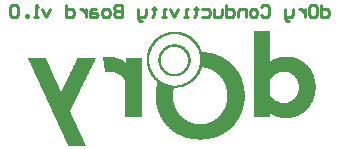
<source format=gbo>
%FSLAX25Y25*%
%MOIN*%
G70*
G01*
G75*
G04 Layer_Color=32896*
%ADD10R,0.05118X0.07874*%
%ADD11R,0.07874X0.07874*%
%ADD12R,0.07874X0.05118*%
%ADD13R,0.07874X0.07874*%
%ADD14R,0.02756X0.03543*%
%ADD15R,0.03583X0.04803*%
%ADD16R,0.03150X0.03543*%
%ADD17R,0.03543X0.02756*%
%ADD18O,0.05118X0.01772*%
%ADD19O,0.01772X0.05118*%
%ADD20R,0.05709X0.08071*%
%ADD21R,0.08071X0.05709*%
%ADD22R,0.03347X0.02756*%
%ADD23R,0.02756X0.05118*%
%ADD24R,0.03543X0.03150*%
%ADD25R,0.04331X0.10236*%
%ADD26R,0.10630X0.03937*%
%ADD27R,0.10630X0.12992*%
%ADD28C,0.01600*%
%ADD29C,0.01000*%
%ADD30R,0.05906X0.05906*%
%ADD31C,0.05906*%
%ADD32C,0.02500*%
%ADD33C,0.10236*%
%ADD34C,0.00984*%
%ADD35C,0.01575*%
%ADD36C,0.00787*%
%ADD37C,0.00800*%
%ADD38C,0.00606*%
%ADD39R,0.05918X0.08674*%
%ADD40R,0.08674X0.08674*%
%ADD41R,0.08674X0.05918*%
%ADD42R,0.08674X0.08674*%
%ADD43R,0.03556X0.04343*%
%ADD44R,0.04383X0.05603*%
%ADD45R,0.03950X0.04343*%
%ADD46R,0.04343X0.03556*%
%ADD47O,0.05918X0.02572*%
%ADD48O,0.02572X0.05918*%
%ADD49R,0.06509X0.08871*%
%ADD50R,0.08871X0.06509*%
%ADD51R,0.04147X0.03556*%
%ADD52R,0.03556X0.05918*%
%ADD53R,0.04343X0.03950*%
%ADD54R,0.05131X0.11036*%
%ADD55R,0.11430X0.04737*%
%ADD56R,0.11430X0.13792*%
%ADD57R,0.06706X0.06706*%
%ADD58C,0.06706*%
%ADD59C,0.03300*%
%ADD60C,0.11036*%
%ADD61C,0.00100*%
D29*
X49515Y23801D02*
Y19803D01*
X51515D01*
X52181Y20469D01*
Y21802D01*
X51515Y22468D01*
X49515D01*
X46183Y23801D02*
X47516D01*
X48182Y23135D01*
Y20469D01*
X47516Y19803D01*
X46183D01*
X45517Y20469D01*
Y23135D01*
X46183Y23801D01*
X44184Y22468D02*
Y19803D01*
Y21136D01*
X43517Y21802D01*
X42851Y22468D01*
X42184D01*
X40185D02*
Y20469D01*
X39518Y19803D01*
X37519D01*
Y19136D01*
X38186Y18470D01*
X38852D01*
X37519Y19803D02*
Y22468D01*
X29522Y23135D02*
X30188Y23801D01*
X31521D01*
X32188Y23135D01*
Y20469D01*
X31521Y19803D01*
X30188D01*
X29522Y20469D01*
X27522Y19803D02*
X26190D01*
X25523Y20469D01*
Y21802D01*
X26190Y22468D01*
X27522D01*
X28189Y21802D01*
Y20469D01*
X27522Y19803D01*
X24190D02*
Y22468D01*
X22191D01*
X21524Y21802D01*
Y19803D01*
X17526Y23801D02*
Y19803D01*
X19525D01*
X20191Y20469D01*
Y21802D01*
X19525Y22468D01*
X17526D01*
X16193D02*
Y20469D01*
X15526Y19803D01*
X13527D01*
Y22468D01*
X9528D02*
X11528D01*
X12194Y21802D01*
Y20469D01*
X11528Y19803D01*
X9528D01*
X7529Y23135D02*
Y22468D01*
X8195D01*
X6862D01*
X7529D01*
Y20469D01*
X6862Y19803D01*
X4863D02*
X3530D01*
X4197D01*
Y22468D01*
X4863D01*
X1531D02*
X198Y19803D01*
X-1135Y22468D01*
X-2468Y19803D02*
X-3801D01*
X-3134D01*
Y22468D01*
X-2468D01*
X-6467Y23135D02*
Y22468D01*
X-5800D01*
X-7133D01*
X-6467D01*
Y20469D01*
X-7133Y19803D01*
X-9132Y22468D02*
Y20469D01*
X-9799Y19803D01*
X-11798D01*
Y19136D01*
X-11132Y18470D01*
X-10465D01*
X-11798Y19803D02*
Y22468D01*
X-17130Y23801D02*
Y19803D01*
X-19129D01*
X-19796Y20469D01*
Y21136D01*
X-19129Y21802D01*
X-17130D01*
X-19129D01*
X-19796Y22468D01*
Y23135D01*
X-19129Y23801D01*
X-17130D01*
X-21795Y19803D02*
X-23128D01*
X-23794Y20469D01*
Y21802D01*
X-23128Y22468D01*
X-21795D01*
X-21129Y21802D01*
Y20469D01*
X-21795Y19803D01*
X-25794Y22468D02*
X-27127D01*
X-27793Y21802D01*
Y19803D01*
X-25794D01*
X-25127Y20469D01*
X-25794Y21136D01*
X-27793D01*
X-29126Y22468D02*
Y19803D01*
Y21136D01*
X-29792Y21802D01*
X-30459Y22468D01*
X-31125D01*
X-35791Y23801D02*
Y19803D01*
X-33791D01*
X-33125Y20469D01*
Y21802D01*
X-33791Y22468D01*
X-35791D01*
X-41122D02*
X-42455Y19803D01*
X-43788Y22468D01*
X-45121Y19803D02*
X-46454D01*
X-45787D01*
Y23801D01*
X-45121Y23135D01*
X-48453Y19803D02*
Y20469D01*
X-49120D01*
Y19803D01*
X-48453D01*
X-51785Y23135D02*
X-52452Y23801D01*
X-53785D01*
X-54451Y23135D01*
Y20469D01*
X-53785Y19803D01*
X-52452D01*
X-51785Y20469D01*
Y23135D01*
D61*
X-44564Y-1922D02*
X-39164D01*
X-44564Y-2022D02*
X-39164D01*
X-44464Y-2122D02*
X-39064D01*
X-44464Y-2222D02*
X-39064D01*
X-44464Y-2322D02*
X-38964D01*
X-44364Y-2422D02*
X-38964D01*
X-44364Y-2522D02*
X-38964D01*
X-45464Y-22D02*
X-40064D01*
X-45464Y-122D02*
X-39964D01*
X-45364Y-222D02*
X-39964D01*
X-45364Y-322D02*
X-39864D01*
X-45264Y-422D02*
X-39864D01*
X-45264Y-522D02*
X-39864D01*
X-45164Y-622D02*
X-39764D01*
X-45164Y-722D02*
X-39764D01*
X-45064Y-822D02*
X-39664D01*
X-45064Y-922D02*
X-39664D01*
X-45064Y-1022D02*
X-39564D01*
X-44964Y-1122D02*
X-39564D01*
X-44964Y-1222D02*
X-39464D01*
X-44864Y-1322D02*
X-39464D01*
X-44864Y-1422D02*
X-39464D01*
X-44764Y-1522D02*
X-39364D01*
X-44764Y-1622D02*
X-39364D01*
X-44664Y-1722D02*
X-39264D01*
X-44664Y-1822D02*
X-39264D01*
X-46264Y1678D02*
X-40764D01*
X-46264Y1578D02*
X-40764D01*
X-46164Y1478D02*
X-40764D01*
X-46164Y1378D02*
X-40664D01*
X-46064Y1278D02*
X-40664D01*
X-46064Y1178D02*
X-40564D01*
X-45964Y1078D02*
X-40564D01*
X-45964Y978D02*
X-40464D01*
X-45864Y878D02*
X-40464D01*
X-45864Y778D02*
X-40364D01*
X-45764Y678D02*
X-40364D01*
X-45764Y578D02*
X-40364D01*
X-45664Y478D02*
X-40264D01*
X-45664Y378D02*
X-40264D01*
X-45664Y278D02*
X-40164D01*
X-46764Y2778D02*
X-41264D01*
X-46764Y2678D02*
X-41264D01*
X-46664Y2578D02*
X-41264D01*
X-46664Y2478D02*
X-41164D01*
X-46564Y2378D02*
X-41164D01*
X-46564Y2278D02*
X-41064D01*
X-46464Y2178D02*
X-41064D01*
X-46464Y2078D02*
X-40964D01*
X-46364Y1978D02*
X-40964D01*
X-46364Y1878D02*
X-40864D01*
X-46264Y1778D02*
X-40864D01*
X-45564Y178D02*
X-40164D01*
X-45564Y78D02*
X-40064D01*
X-36764Y-4322D02*
X-31164D01*
X-36864Y-4422D02*
X-31264D01*
X-36864Y-4522D02*
X-31264D01*
X-36964Y-4622D02*
X-31364D01*
X-36964Y-4722D02*
X-31364D01*
X-37064Y-4822D02*
X-31464D01*
X-37064Y-4922D02*
X-31464D01*
X-36564Y-3822D02*
X-30964D01*
X-36564Y-3922D02*
X-30964D01*
X-36664Y-4022D02*
X-31064D01*
X-36664Y-4122D02*
X-31064D01*
X-36764Y-4222D02*
X-31164D01*
X-37164Y-5122D02*
X-31564D01*
X-37264Y-5222D02*
X-31664D01*
X-37264Y-5322D02*
X-31664D01*
X-37364Y-5422D02*
X-31664D01*
X-37364Y-5522D02*
X-31764D01*
X-37464Y-5622D02*
X-31764D01*
X-38764Y-14522D02*
X-33364D01*
X-38764Y-14622D02*
X-33364D01*
X-38664Y-14722D02*
X-33264D01*
X-38664Y-14822D02*
X-33264D01*
X-38664Y-14922D02*
X-33164D01*
X-38564Y-15022D02*
X-33164D01*
X-38564Y-15122D02*
X-33064D01*
X-38464Y-15222D02*
X-33064D01*
X-38464Y-15322D02*
X-32964D01*
X-38364Y-15422D02*
X-32964D01*
X-38364Y-15522D02*
X-32864D01*
X-38264Y-15622D02*
X-32864D01*
X-38264Y-15722D02*
X-32864D01*
X-38164Y-15822D02*
X-32764D01*
X-38164Y-15922D02*
X-32764D01*
X-38164Y-16022D02*
X-32664D01*
X-38064Y-16122D02*
X-32664D01*
X-38064Y-16222D02*
X-32564D01*
X-37964Y-16322D02*
X-32564D01*
X-37964Y-16422D02*
X-32464D01*
X-37864Y-16522D02*
X-32464D01*
X-37864Y-16622D02*
X-32364D01*
X-37764Y-16722D02*
X-32364D01*
X-37764Y-16822D02*
X-32264D01*
X-37664Y-16922D02*
X-32264D01*
X-37664Y-17022D02*
X-32164D01*
X-37564Y-17122D02*
X-32164D01*
X-37564Y-17222D02*
X-32164D01*
X-37564Y-17322D02*
X-32064D01*
X-37464Y-17422D02*
X-32064D01*
X-37464Y-17522D02*
X-31964D01*
X-37364Y-17622D02*
X-31964D01*
X-37364Y-17722D02*
X-31864D01*
X-37264Y-17822D02*
X-31864D01*
X-37264Y-17922D02*
X-31764D01*
X-37164Y-18022D02*
X-31764D01*
X-37164Y-18122D02*
X-31664D01*
X-37064Y-18222D02*
X-31664D01*
X-37064Y-18322D02*
X-31564D01*
X-36964Y-18422D02*
X-31564D01*
X-36964Y-18522D02*
X-31564D01*
X-36964Y-18622D02*
X-31464D01*
X-36864Y-18722D02*
X-31464D01*
X-36864Y-18822D02*
X-31364D01*
X-36764Y-18922D02*
X-31364D01*
X-36764Y-19022D02*
X-31264D01*
X-36664Y-19122D02*
X-31264D01*
X-36664Y-19222D02*
X-31164D01*
X-36564Y-19322D02*
X-31164D01*
X-36564Y-19422D02*
X-31064D01*
X-36464Y-19522D02*
X-31064D01*
X-36464Y-19622D02*
X-30964D01*
X-36364Y-19722D02*
X-30964D01*
X-36364Y-19822D02*
X-30964D01*
X-21764Y6378D02*
X-21164D01*
X-22664Y1478D02*
X-22064D01*
X-8564Y7278D02*
X-8064D01*
X-8564Y7178D02*
X-8064D01*
X-8664Y7078D02*
X-8164D01*
X-8664Y6978D02*
X-8164D01*
X-8664Y6878D02*
X-8164D01*
X-8664Y6778D02*
X-8164D01*
X-8664Y6678D02*
X-8164D01*
X-8664Y6578D02*
X-8164D01*
X-8764Y6478D02*
X-8264D01*
X-8764Y6378D02*
X-8264D01*
X-8764Y6278D02*
X-8264D01*
X-8764Y5878D02*
X-8264D01*
X-8764Y5778D02*
X-8264D01*
X-8764Y5678D02*
X-8264D01*
X-8764Y5578D02*
X-8264D01*
X-8764Y5478D02*
X-8264D01*
X-8764Y5378D02*
X-8264D01*
X-8764Y5278D02*
X-8264D01*
X-8764Y5178D02*
X-8264D01*
X-8764Y5078D02*
X-8264D01*
X-8764Y6078D02*
X-8264D01*
X-8764Y6178D02*
X-8264D01*
X-8764Y5978D02*
X-8264D01*
X-7564Y10078D02*
X-6964D01*
X-7564Y9978D02*
X-7064D01*
X-7664Y9878D02*
X-7064D01*
X-7764Y9778D02*
X-7164D01*
X-7764Y9678D02*
X-7164D01*
X-7864Y9578D02*
X-7264D01*
X-7864Y9478D02*
X-7264D01*
X-7864Y9378D02*
X-7364D01*
X-7964Y9278D02*
X-7364D01*
X-7964Y9178D02*
X-7464D01*
X-8064Y9078D02*
X-7464D01*
X-8064Y8978D02*
X-7564D01*
X-8164Y8878D02*
X-7564D01*
X-8164Y8778D02*
X-7664D01*
X-8164Y8678D02*
X-7664D01*
X-8264Y8578D02*
X-7664D01*
X-8264Y8478D02*
X-7764D01*
X-8364Y8378D02*
X-7764D01*
X-8364Y8278D02*
X-7864D01*
X-8364Y8178D02*
X-7864D01*
X-8364Y8078D02*
X-7864D01*
X-8464Y7978D02*
X-7964D01*
X-8464Y7878D02*
X-7964D01*
X-8464Y7778D02*
X-7964D01*
X-8464Y7678D02*
X-7964D01*
X-8564Y7578D02*
X-8064D01*
X-8564Y7478D02*
X-8064D01*
X-8564Y7378D02*
X-8064D01*
X-8464Y3278D02*
X-7964D01*
X-8464Y3178D02*
X-7964D01*
X-8464Y3078D02*
X-7964D01*
X-8764Y4978D02*
X-8264D01*
X-8764Y4878D02*
X-8264D01*
X-8764Y4778D02*
X-8264D01*
X-8764Y4678D02*
X-8264D01*
X-8764Y4578D02*
X-8264D01*
X-8664Y4478D02*
X-8164D01*
X-8664Y4378D02*
X-8164D01*
X-8664Y4278D02*
X-8164D01*
X-8664Y4178D02*
X-8164D01*
X-8664Y4078D02*
X-8164D01*
X-8664Y3978D02*
X-8164D01*
X-8564Y3878D02*
X-8064D01*
X-8564Y3778D02*
X-8064D01*
X-8564Y3678D02*
X-8064D01*
X-8564Y3578D02*
X-8064D01*
X-8564Y3478D02*
X-8064D01*
X-8464Y3378D02*
X-7964D01*
X-7864Y1678D02*
X-7364D01*
X-7864Y1578D02*
X-7264D01*
X-7864Y1478D02*
X-7264D01*
X-7764Y1378D02*
X-7164D01*
X-7764Y1278D02*
X-7164D01*
X-7664Y1178D02*
X-7064D01*
X-7664Y1078D02*
X-7064D01*
X-7564Y978D02*
X-6964D01*
X-8364Y2878D02*
X-7864D01*
X-8364Y2778D02*
X-7864D01*
X-8264Y2678D02*
X-7764D01*
X-8264Y2578D02*
X-7764D01*
X-8264Y2478D02*
X-7664D01*
X-8164Y2378D02*
X-7664D01*
X-8164Y2278D02*
X-7664D01*
X-8164Y2178D02*
X-7564D01*
X-8064Y2078D02*
X-7564D01*
X-8064Y1978D02*
X-7464D01*
X-7964Y1878D02*
X-7464D01*
X-7964Y1778D02*
X-7364D01*
X-4664Y13178D02*
X-3664D01*
X-2664Y14178D02*
X-464D01*
X-2964Y14078D02*
X-1164D01*
X-3164Y13978D02*
X-1564D01*
X-3364Y13878D02*
X-1964D01*
X-3564Y13778D02*
X-2364D01*
X-3864Y13678D02*
X-2564D01*
X-4064Y13578D02*
X-2864D01*
X-4164Y13478D02*
X-3064D01*
X-4364Y13378D02*
X-3264D01*
X-4464Y13278D02*
X-3464D01*
X-4764Y13078D02*
X-3864D01*
X-4964Y12978D02*
X-4064D01*
X-5064Y12878D02*
X-4164D01*
X-5264Y12778D02*
X-4364D01*
X-5364Y12678D02*
X-4464D01*
X-5464Y12578D02*
X-4664D01*
X-5564Y12478D02*
X-4764D01*
X-5664Y12378D02*
X-4864D01*
X-5764Y12278D02*
X-5064D01*
X-5864Y12178D02*
X-5164D01*
X-6064Y12078D02*
X-5264D01*
X-6164Y11978D02*
X-5364D01*
X-6164Y11878D02*
X-5464D01*
X-6264Y11778D02*
X-5564D01*
X-6364Y11678D02*
X-5764D01*
X-6464Y11578D02*
X-5764D01*
X-6564Y11478D02*
X-5864D01*
X-6664Y11378D02*
X-5964D01*
X-6764Y11278D02*
X-6064D01*
X-6764Y11178D02*
X-6164D01*
X-4464Y7278D02*
X-3964D01*
X-4564Y7178D02*
X-3964D01*
X-4564Y7078D02*
X-4064D01*
X-4564Y6978D02*
X-4064D01*
X-4664Y6878D02*
X-4064D01*
X-4664Y6778D02*
X-4164D01*
X-4664Y6678D02*
X-4164D01*
X-4664Y6578D02*
X-4164D01*
X-4764Y6478D02*
X-4264D01*
X-4764Y6378D02*
X-4264D01*
X-4764Y6278D02*
X-4264D01*
X-4864Y5778D02*
X-4364D01*
X-4864Y5678D02*
X-4364D01*
X-4864Y5578D02*
X-4364D01*
X-4864Y5478D02*
X-4364D01*
X-4864Y5378D02*
X-4364D01*
X-4864Y5278D02*
X-4364D01*
X-4864Y5178D02*
X-4364D01*
X-4864Y5078D02*
X-4364D01*
X-4764Y6078D02*
X-4264D01*
X-4864Y5878D02*
X-4364D01*
X-4864Y5978D02*
X-4364D01*
X-1964Y9978D02*
X-264D01*
X-2164Y9878D02*
X-864D01*
X-2364Y9778D02*
X-1164D01*
X-2464Y9678D02*
X-1464D01*
X-2664Y9578D02*
X-1664D01*
X-2764Y9478D02*
X-1864D01*
X-4764Y6178D02*
X-4264D01*
X-2864Y9378D02*
X-2064D01*
X-2964Y9278D02*
X-2164D01*
X-3164Y9178D02*
X-2364D01*
X-3264Y9078D02*
X-2464D01*
X-3364Y8978D02*
X-2564D01*
X-3464Y8878D02*
X-2664D01*
X-3564Y8778D02*
X-2864D01*
X-3564Y8678D02*
X-2964D01*
X-3664Y8578D02*
X-3064D01*
X-3764Y8478D02*
X-3164D01*
X-3864Y8378D02*
X-3264D01*
X-3964Y8278D02*
X-3264D01*
X-4064Y8178D02*
X-3364D01*
X-4064Y8078D02*
X-3464D01*
X-4164Y7978D02*
X-3564D01*
X-4164Y7878D02*
X-3564D01*
X-4264Y7778D02*
X-3664D01*
X-4264Y7678D02*
X-3764D01*
X-4364Y7578D02*
X-3764D01*
X-4364Y7478D02*
X-3864D01*
X-4464Y7378D02*
X-3864D01*
X-4464Y3278D02*
X-3864D01*
X-4364Y3178D02*
X-3864D01*
X-4364Y3078D02*
X-3764D01*
X-4864Y4978D02*
X-4364D01*
X-4864Y4878D02*
X-4364D01*
X-4864Y4778D02*
X-4364D01*
X-4864Y4678D02*
X-4364D01*
X-4764Y4578D02*
X-4264D01*
X-4764Y4478D02*
X-4264D01*
X-4764Y4378D02*
X-4264D01*
X-4764Y4278D02*
X-4264D01*
X-4764Y4178D02*
X-4264D01*
X-4664Y4078D02*
X-4164D01*
X-4664Y3978D02*
X-4164D01*
X-4664Y3878D02*
X-4164D01*
X-4664Y3778D02*
X-4064D01*
X-4564Y3678D02*
X-4064D01*
X-4564Y3578D02*
X-4064D01*
X-4564Y3478D02*
X-3964D01*
X-4464Y3378D02*
X-3964D01*
X-5664Y-4422D02*
X-164D01*
X-5664Y-4522D02*
X-164D01*
X-5664Y-4622D02*
X-164D01*
X-5664Y-4722D02*
X-164D01*
X-5664Y-4822D02*
X-264D01*
X-5664Y-4922D02*
X-264D01*
X-5064Y-2022D02*
X-3864D01*
X-5164Y-2122D02*
X-3764D01*
X-5164Y-2222D02*
X-3464D01*
X-5164Y-2322D02*
X-3264D01*
X-5264Y-2422D02*
X-3064D01*
X-5264Y-2522D02*
X-2864D01*
X-5264Y-2622D02*
X-2564D01*
X-5264Y-2722D02*
X-2364D01*
X-5364Y-2822D02*
X-2064D01*
X-5364Y-2922D02*
X-1664D01*
X-5364Y-3022D02*
X-1164D01*
X-5364Y-3122D02*
X-564D01*
X-5564Y-3722D02*
X36D01*
X-5564Y-3822D02*
X36D01*
X-5564Y-3922D02*
X-64D01*
X-6764Y-222D02*
X-6064D01*
X-6664Y-322D02*
X-5964D01*
X-6564Y-422D02*
X-5864D01*
X-6464Y-522D02*
X-5864D01*
X-6364Y-622D02*
X-5764D01*
X-6264Y-722D02*
X-5664D01*
X-6264Y-822D02*
X-5464D01*
X-6164Y-922D02*
X-5364D01*
X-6064Y-1022D02*
X-5264D01*
X-5964Y-1122D02*
X-5164D01*
X-5764Y-1222D02*
X-5064D01*
X-5664Y-1322D02*
X-4964D01*
X-5564Y-1422D02*
X-4764D01*
X-5464Y-1522D02*
X-4664D01*
X-5364Y-1622D02*
X-4564D01*
X-5264Y-1722D02*
X-4364D01*
X-5064Y-1822D02*
X-4164D01*
X-5064Y-1922D02*
X-4064D01*
X-5564Y-4022D02*
X-64D01*
X-5564Y-4122D02*
X-64D01*
X-5564Y-4222D02*
X-64D01*
X-5664Y-4322D02*
X-164D01*
X-3264Y1578D02*
X-2464D01*
X-3164Y1478D02*
X-2364D01*
X-3064Y1378D02*
X-2264D01*
X-2864Y1278D02*
X-2064D01*
X-2764Y1178D02*
X-1864D01*
X-2664Y1078D02*
X-1664D01*
X-2564Y978D02*
X-1464D01*
X-2364Y878D02*
X-1164D01*
X-2164Y778D02*
X-864D01*
X-1964Y678D02*
X-364D01*
Y178D02*
X1036D01*
X-4264Y2878D02*
X-3664D01*
X-4164Y2778D02*
X-3664D01*
X-4164Y2678D02*
X-3564D01*
X-4064Y2578D02*
X-3464D01*
X-4064Y2478D02*
X-3364D01*
X-3964Y2378D02*
X-3264D01*
X-3864Y2278D02*
X-3264D01*
X-3764Y2178D02*
X-3164D01*
X-3664Y2078D02*
X-3064D01*
X-3664Y1978D02*
X-2964D01*
X-3564Y1878D02*
X-2864D01*
X-3464Y1778D02*
X-2764D01*
X-3364Y1678D02*
X-2564D01*
X-5464Y-9722D02*
X136D01*
X-5364Y-9822D02*
X236D01*
X-5364Y-9922D02*
X236D01*
X-5364Y-10022D02*
X236D01*
X-5364Y-10122D02*
X336D01*
X-5264Y-10222D02*
X336D01*
X-5264Y-10322D02*
X436D01*
X-5264Y-10422D02*
X436D01*
X-5264Y-10522D02*
X436D01*
X-5164Y-10622D02*
X536D01*
X-5164Y-10722D02*
X536D01*
X-5164Y-10822D02*
X636D01*
X-5064Y-10922D02*
X636D01*
X-5064Y-11022D02*
X736D01*
X-5064Y-11122D02*
X736D01*
X-4964Y-11222D02*
X836D01*
X-4964Y-11322D02*
X836D01*
X-4964Y-11422D02*
X936D01*
X-4864Y-11522D02*
X936D01*
X-4864Y-11622D02*
X1036D01*
X-5764Y-7022D02*
X-364D01*
X-5764Y-7122D02*
X-364D01*
X-5764Y-7222D02*
X-364D01*
X-5764Y-7322D02*
X-264D01*
X-5764Y-7422D02*
X-264D01*
X-5764Y-7522D02*
X-264D01*
X-5764Y-7622D02*
X-264D01*
X-5664Y-7722D02*
X-264D01*
X-5664Y-7822D02*
X-264D01*
X-5664Y-7922D02*
X-264D01*
X-5664Y-8022D02*
X-264D01*
X-5664Y-8122D02*
X-264D01*
X-5664Y-8222D02*
X-164D01*
X-5664Y-8322D02*
X-164D01*
X-5664Y-8422D02*
X-164D01*
X-5664Y-8522D02*
X-164D01*
X-5564Y-8622D02*
X-164D01*
X-5564Y-8722D02*
X-64D01*
X-5564Y-8822D02*
X-64D01*
X-5564Y-8922D02*
X-64D01*
X-5564Y-9022D02*
X-64D01*
X-5564Y-9122D02*
X36D01*
X-5564Y-9222D02*
X36D01*
X-5464Y-9322D02*
X36D01*
X-5464Y-9422D02*
X36D01*
X-5464Y-9522D02*
X136D01*
X-5464Y-9622D02*
X136D01*
X-5664Y-5122D02*
X-264D01*
X-5664Y-5222D02*
X-264D01*
X-5764Y-5322D02*
X-264D01*
X-5764Y-5422D02*
X-264D01*
X-5764Y-5522D02*
X-264D01*
X-5764Y-5622D02*
X-264D01*
X-5764Y-5722D02*
X-364D01*
X-5764Y-5822D02*
X-364D01*
X-5764Y-5922D02*
X-364D01*
X-5764Y-6022D02*
X-364D01*
X-5764Y-6122D02*
X-364D01*
X-5764Y-6222D02*
X-364D01*
X-5764Y-6322D02*
X-364D01*
X-5764Y-6422D02*
X-364D01*
X-5764Y-6522D02*
X-364D01*
X-5764Y-6622D02*
X-364D01*
X-5764Y-6722D02*
X-364D01*
X-5764Y-6822D02*
X-364D01*
X-5764Y-6922D02*
X-364D01*
X4536Y13178D02*
X5536D01*
X1336Y14178D02*
X3536D01*
X2036Y14078D02*
X3836D01*
X2436Y13978D02*
X4036D01*
X6836Y11378D02*
X7536D01*
X2836Y13878D02*
X4236D01*
X3136Y13778D02*
X4436D01*
X3436Y13678D02*
X4636D01*
X3736Y13578D02*
X4836D01*
X3936Y13478D02*
X5036D01*
X4136Y13378D02*
X5236D01*
X4336Y13278D02*
X5336D01*
X4736Y13078D02*
X5636D01*
X4936Y12978D02*
X5836D01*
X5036Y12878D02*
X5936D01*
X5236Y12778D02*
X6036D01*
X5336Y12678D02*
X6236D01*
X5536Y12578D02*
X6336D01*
X5636Y12478D02*
X6436D01*
X5736Y12378D02*
X6536D01*
X5936Y12278D02*
X6636D01*
X6036Y12178D02*
X6736D01*
X6136Y12078D02*
X6836D01*
X6236Y11978D02*
X6936D01*
X6336Y11878D02*
X7036D01*
X6436Y11778D02*
X7136D01*
X6536Y11678D02*
X7236D01*
X6636Y11578D02*
X7336D01*
X6736Y11478D02*
X7436D01*
X6936Y11278D02*
X7636D01*
X7036Y11178D02*
X7636D01*
X7136Y11078D02*
X7736D01*
X4636Y7278D02*
X5136D01*
X4636Y7178D02*
X5236D01*
X4736Y7078D02*
X5236D01*
X4736Y6978D02*
X5336D01*
X4836Y6778D02*
X5336D01*
X4836Y6678D02*
X5436D01*
X4836Y6578D02*
X5436D01*
X4836Y6478D02*
X5436D01*
X4936Y6378D02*
X5436D01*
X4936Y6278D02*
X5436D01*
X4936Y6178D02*
X5436D01*
X4936Y6078D02*
X5536D01*
X4936Y5978D02*
X5536D01*
X5036Y5778D02*
X5536D01*
X5036Y5678D02*
X5536D01*
X5036Y5578D02*
X5536D01*
X5036Y5478D02*
X5536D01*
X5036Y5378D02*
X5536D01*
X5036Y5278D02*
X5536D01*
X5036Y5178D02*
X5536D01*
X5036Y5078D02*
X5536D01*
X5036Y5878D02*
X5536D01*
X7236Y10878D02*
X7936D01*
X7336Y10778D02*
X7936D01*
X7436Y10678D02*
X8036D01*
X7536Y10578D02*
X8136D01*
X7536Y10478D02*
X8136D01*
X7636Y10378D02*
X8236D01*
X7736Y10278D02*
X8336D01*
X7736Y10178D02*
X8336D01*
X7836Y10078D02*
X8436D01*
X7936Y9978D02*
X8436D01*
X7936Y9878D02*
X8536D01*
X1436D02*
X2936D01*
X8036Y9778D02*
X8636D01*
X1836D02*
X3036D01*
X4736Y6878D02*
X5336D01*
X8036Y9678D02*
X8636D01*
X2136D02*
X3236D01*
X8136Y9578D02*
X8636D01*
X2336D02*
X3336D01*
X8136Y9478D02*
X8736D01*
X2536D02*
X3536D01*
X8236Y9378D02*
X8736D01*
X2736D02*
X3636D01*
X8236Y9278D02*
X8836D01*
X2836D02*
X3736D01*
X8336Y9178D02*
X8836D01*
X3036D02*
X3836D01*
X8336Y9078D02*
X8936D01*
X3136D02*
X3936D01*
X8436Y8978D02*
X8936D01*
X3236D02*
X4036D01*
X8436Y8878D02*
X9036D01*
X3336D02*
X4136D01*
X8536Y8778D02*
X9036D01*
X3536D02*
X4236D01*
X8536Y8678D02*
X9036D01*
X3636D02*
X4336D01*
X3736Y8578D02*
X4436D01*
X3836Y8478D02*
X4536D01*
X3836Y8378D02*
X4536D01*
X3936Y8278D02*
X4636D01*
X4036Y8178D02*
X4736D01*
X4136Y8078D02*
X4736D01*
X4236Y7978D02*
X4836D01*
X4236Y7878D02*
X4936D01*
X4336Y7778D02*
X4936D01*
X4436Y7678D02*
X5036D01*
X4436Y7578D02*
X5036D01*
X4536Y7478D02*
X5136D01*
X4536Y7378D02*
X5136D01*
X4536Y3278D02*
X5136D01*
X4536Y3178D02*
X5036D01*
X4436Y3078D02*
X5036D01*
Y4978D02*
X5536D01*
X5036Y4878D02*
X5536D01*
X5036Y4778D02*
X5536D01*
X4936Y4678D02*
X5536D01*
X4936Y4578D02*
X5436D01*
X4936Y4478D02*
X5436D01*
X4936Y4378D02*
X5436D01*
X4936Y4278D02*
X5436D01*
X4936Y4178D02*
X5436D01*
X4836Y4078D02*
X5336D01*
X4836Y3978D02*
X5336D01*
X4836Y3878D02*
X5336D01*
X4736Y3778D02*
X5336D01*
X4736Y3678D02*
X5236D01*
X4736Y3578D02*
X5236D01*
X4636Y3478D02*
X5236D01*
X4636Y3378D02*
X5136D01*
X4736Y-2022D02*
X5636D01*
X4536Y-2122D02*
X5536D01*
X4336Y-2222D02*
X5336D01*
X4136Y-2322D02*
X5236D01*
X3936Y-2422D02*
X5036D01*
X3736Y-2522D02*
X4936D01*
X3436Y-2622D02*
X4736D01*
X3236Y-2722D02*
X4536D01*
X2936Y-2822D02*
X4236D01*
X2536Y-2922D02*
X4036D01*
X2036Y-3022D02*
X3836D01*
X1436Y-3122D02*
X3536D01*
X7036Y-122D02*
X7636D01*
X6936Y-222D02*
X7636D01*
X6836Y-322D02*
X7536D01*
X6736Y-422D02*
X7436D01*
X6636Y-522D02*
X7336D01*
X6636Y-622D02*
X7236D01*
X6436Y-722D02*
X7136D01*
X6336Y-822D02*
X7036D01*
X6136Y-1022D02*
X6936D01*
X6036Y-1122D02*
X6736D01*
X5936Y-1222D02*
X6636D01*
X5736Y-1322D02*
X6536D01*
X5636Y-1422D02*
X6436D01*
X5536Y-1522D02*
X6336D01*
X5336Y-1622D02*
X6236D01*
X5236Y-1722D02*
X6136D01*
X5036Y-1822D02*
X5936D01*
X4936Y-1922D02*
X5836D01*
X8136Y1578D02*
X8736D01*
X3136D02*
X3936D01*
X8136Y1478D02*
X8636D01*
X3036D02*
X3836D01*
X8036Y1378D02*
X8636D01*
X2836D02*
X3636D01*
X8036Y1278D02*
X8636D01*
X2736D02*
X3536D01*
X7936Y1178D02*
X8536D01*
X2536D02*
X3436D01*
X7936Y1078D02*
X8536D01*
X2336D02*
X3336D01*
X7836Y978D02*
X8436D01*
X2136D02*
X3236D01*
X7736Y878D02*
X8336D01*
X1836D02*
X3036D01*
X7736Y778D02*
X8336D01*
X1536D02*
X2836D01*
X6236Y-922D02*
X7036D01*
X7636Y678D02*
X8236D01*
X7536Y578D02*
X8136D01*
X7536Y478D02*
X8136D01*
X7436Y378D02*
X8036D01*
X7336Y278D02*
X7936D01*
X7336Y178D02*
X7936D01*
X4336Y2878D02*
X4936D01*
X4236Y2778D02*
X4836D01*
X4236Y2678D02*
X4836D01*
X4136Y2578D02*
X4736D01*
X4036Y2478D02*
X4636D01*
X8536Y2378D02*
X9036D01*
X3936D02*
X4636D01*
X8536Y2278D02*
X9036D01*
X3836D02*
X4536D01*
X8436Y2178D02*
X9036D01*
X3836D02*
X4436D01*
X8436Y2078D02*
X8936D01*
X3736D02*
X4336D01*
X8336Y1978D02*
X8936D01*
X3636D02*
X4236D01*
X8336Y1878D02*
X8836D01*
X3536D02*
X4236D01*
X8236Y1778D02*
X8836D01*
X3436D02*
X4136D01*
X8236Y1678D02*
X8736D01*
X3236D02*
X4036D01*
X7236Y78D02*
X7836D01*
X7136Y-22D02*
X7736D01*
X17936Y-4422D02*
X23436D01*
X17936Y-4522D02*
X23436D01*
X18036Y-4622D02*
X23436D01*
X18036Y-4722D02*
X23436D01*
X18036Y-4822D02*
X23436D01*
X18036Y-4922D02*
X23536D01*
X17236Y-2122D02*
X22936D01*
X17236Y-2222D02*
X22936D01*
X17336Y-2322D02*
X23036D01*
X17336Y-2422D02*
X23036D01*
X17336Y-2522D02*
X23036D01*
X17436Y-2622D02*
X23036D01*
X17436Y-2722D02*
X23136D01*
X17536Y-2822D02*
X23136D01*
X17536Y-2922D02*
X23136D01*
X17536Y-3022D02*
X23136D01*
X17636Y-3122D02*
X23236D01*
X17636Y-3222D02*
X23236D01*
X17636Y-3322D02*
X23236D01*
X17736Y-3422D02*
X23236D01*
X17736Y-3522D02*
X23336D01*
X17736Y-3622D02*
X23336D01*
X17836Y-3722D02*
X23336D01*
X17836Y-3822D02*
X23336D01*
X17836Y-3922D02*
X23336D01*
X17836Y-4022D02*
X23336D01*
X17936Y-4122D02*
X23436D01*
X17936Y-4222D02*
X23436D01*
X17936Y-4322D02*
X23436D01*
X17636Y-9722D02*
X23236D01*
X17636Y-9822D02*
X23236D01*
X17536Y-9922D02*
X23136D01*
X17536Y-10022D02*
X23136D01*
X17536Y-10122D02*
X23136D01*
X17436Y-10222D02*
X23136D01*
X17436Y-10322D02*
X23036D01*
X17336Y-10422D02*
X23036D01*
X17336Y-10522D02*
X23036D01*
X17236Y-10622D02*
X23036D01*
X17236Y-10722D02*
X22936D01*
X17236Y-10822D02*
X22936D01*
X18136Y-7022D02*
X23536D01*
X18136Y-7122D02*
X23536D01*
X18136Y-7222D02*
X23536D01*
X18136Y-7422D02*
X23536D01*
X18136Y-7522D02*
X23536D01*
X18136Y-7622D02*
X23536D01*
X18036Y-7722D02*
X23536D01*
X18036Y-7822D02*
X23536D01*
X18036Y-7922D02*
X23536D01*
X18036Y-8022D02*
X23536D01*
X18036Y-8122D02*
X23436D01*
X18036Y-8222D02*
X23436D01*
X18036Y-8322D02*
X23436D01*
X17936Y-8422D02*
X23436D01*
X17936Y-8522D02*
X23436D01*
X17936Y-8622D02*
X23436D01*
X17936Y-8722D02*
X23436D01*
X17936Y-8822D02*
X23436D01*
X17836Y-8922D02*
X23336D01*
X17836Y-9022D02*
X23336D01*
X17836Y-9122D02*
X23336D01*
X17736Y-9222D02*
X23336D01*
X17736Y-9322D02*
X23336D01*
X17736Y-9422D02*
X23236D01*
X17736Y-9522D02*
X23236D01*
X17636Y-9622D02*
X23236D01*
X18036Y-5122D02*
X23536D01*
X18036Y-5222D02*
X23536D01*
X18136Y-5322D02*
X23536D01*
X18136Y-5422D02*
X23536D01*
X18136Y-5522D02*
X23536D01*
X18136Y-5622D02*
X23536D01*
X18136Y-7322D02*
X23536D01*
X18136Y-5722D02*
X23536D01*
X18136Y-5822D02*
X23536D01*
X18136Y-5922D02*
X23536D01*
X18136Y-6022D02*
X23536D01*
X18136Y-6122D02*
X23536D01*
X18136Y-6222D02*
X23536D01*
X18136Y-6322D02*
X23536D01*
X18136Y-6422D02*
X23536D01*
X18136Y-6522D02*
X23536D01*
X18136Y-6622D02*
X23536D01*
X18136Y-6722D02*
X23536D01*
X18136Y-6822D02*
X23536D01*
X18136Y-6922D02*
X23536D01*
X26936Y14978D02*
X32136D01*
X26936Y15078D02*
X32136D01*
X26936Y14878D02*
X32136D01*
X26936Y14778D02*
X32136D01*
X26936Y14678D02*
X32136D01*
X26936Y14578D02*
X32136D01*
X26936Y14478D02*
X32136D01*
X26936Y14378D02*
X32136D01*
X26936Y14278D02*
X32136D01*
X26936Y14178D02*
X32136D01*
X26936Y14078D02*
X32136D01*
X26936Y13978D02*
X32136D01*
X26936Y13878D02*
X32136D01*
X26936Y13778D02*
X32136D01*
X26936Y13678D02*
X32136D01*
X26936Y13578D02*
X32136D01*
X26936Y13478D02*
X32136D01*
X26936Y13378D02*
X32136D01*
X26936Y13278D02*
X32136D01*
X26936Y13178D02*
X32136D01*
X26936Y13078D02*
X32136D01*
X26936Y12978D02*
X32136D01*
X26936Y12878D02*
X32136D01*
X26936Y12778D02*
X32136D01*
X26936Y12678D02*
X32136D01*
X26936Y12578D02*
X32136D01*
X26936Y12478D02*
X32136D01*
X26936Y12378D02*
X32136D01*
X26936Y12278D02*
X32136D01*
X26936Y12178D02*
X32136D01*
X26936Y12078D02*
X32136D01*
X26936Y11978D02*
X32136D01*
X26936Y11878D02*
X32136D01*
X26936Y11778D02*
X32136D01*
X26936Y11678D02*
X32136D01*
X26936Y11578D02*
X32136D01*
X26936Y11478D02*
X32136D01*
X26936Y11378D02*
X32136D01*
X26936Y11278D02*
X32136D01*
X26936Y11178D02*
X32136D01*
X26936Y11078D02*
X32136D01*
X26936Y7178D02*
X32136D01*
X26936Y7078D02*
X32136D01*
X26936Y6978D02*
X32136D01*
X26936Y6878D02*
X32136D01*
X26936Y6778D02*
X32136D01*
X26936Y6678D02*
X32136D01*
X26936Y6578D02*
X32136D01*
X26936Y6478D02*
X32136D01*
X26936Y6378D02*
X32136D01*
X26936Y6278D02*
X32136D01*
X26936Y6178D02*
X32136D01*
X26936Y6078D02*
X32136D01*
X26936Y5978D02*
X32136D01*
X26936Y5778D02*
X32136D01*
X26936Y5678D02*
X32136D01*
X26936Y5578D02*
X32136D01*
X26936Y5478D02*
X32136D01*
X26936Y5378D02*
X32136D01*
X26936Y5278D02*
X32136D01*
X26936Y5178D02*
X32136D01*
X26936Y5078D02*
X32136D01*
X26936Y10878D02*
X32136D01*
X26936Y5878D02*
X32136D01*
X26936Y10778D02*
X32136D01*
X26936Y10678D02*
X32136D01*
X26936Y10578D02*
X32136D01*
X26936Y10478D02*
X32136D01*
X26936Y10378D02*
X32136D01*
X26936Y10278D02*
X32136D01*
X26936Y10178D02*
X32136D01*
X26936Y10078D02*
X32136D01*
X26936Y9978D02*
X32136D01*
X26936Y9878D02*
X32136D01*
X26936Y9778D02*
X32136D01*
X26936Y9678D02*
X32136D01*
X26936Y7778D02*
X32136D01*
X26936Y9578D02*
X32136D01*
X26936Y9478D02*
X32136D01*
X26936Y9378D02*
X32136D01*
X26936Y9278D02*
X32136D01*
X26936Y9178D02*
X32136D01*
X26936Y9078D02*
X32136D01*
X26936Y8978D02*
X32136D01*
X26936Y8878D02*
X32136D01*
X26936Y8778D02*
X32136D01*
X26936Y8678D02*
X32136D01*
X26936Y8578D02*
X32136D01*
X26936Y8478D02*
X32136D01*
X26936Y8378D02*
X32136D01*
X26936Y8278D02*
X32136D01*
X26936Y8178D02*
X32136D01*
X26936Y8078D02*
X32136D01*
X26936Y7978D02*
X32136D01*
X26936Y7878D02*
X32136D01*
X26936Y7678D02*
X32136D01*
X26936Y7578D02*
X32136D01*
X26936Y7478D02*
X32136D01*
X26936Y7378D02*
X32136D01*
X26936Y7278D02*
X32136D01*
X26936Y4978D02*
X32136D01*
X26936Y4878D02*
X32136D01*
X26936Y4778D02*
X32136D01*
X26936Y-4422D02*
X32136D01*
X26936Y-4522D02*
X32136D01*
X26936Y-4622D02*
X32136D01*
X26936Y-4722D02*
X32136D01*
X26936Y-4822D02*
X32136D01*
X26936Y-4922D02*
X32136D01*
X26936Y-2022D02*
X32136D01*
X26936Y-2122D02*
X32136D01*
X26936Y-2222D02*
X32136D01*
X26936Y-2322D02*
X32136D01*
X26936Y-2422D02*
X32136D01*
X26936Y-2522D02*
X32136D01*
X26936Y-2622D02*
X32136D01*
X26936Y-2722D02*
X32136D01*
X26936Y-2922D02*
X32136D01*
X26936Y-3022D02*
X32136D01*
X26936Y-3122D02*
X32136D01*
X26936Y-3222D02*
X32136D01*
X26936Y-3322D02*
X32136D01*
X26936Y-3422D02*
X32136D01*
X26936Y-3522D02*
X32136D01*
X26936Y-3622D02*
X32136D01*
X26936Y-3722D02*
X32136D01*
X26936Y-3822D02*
X32136D01*
X26936Y-3922D02*
X32136D01*
X26936Y-122D02*
X32736D01*
X26936Y-222D02*
X32636D01*
X26936Y-322D02*
X32536D01*
X26936Y-422D02*
X32436D01*
X26936Y-522D02*
X32336D01*
X26936Y-622D02*
X32236D01*
X26936Y-722D02*
X32136D01*
X26936Y-822D02*
X32136D01*
X26936Y-922D02*
X32136D01*
X26936Y-1022D02*
X32136D01*
X26936Y-1122D02*
X32136D01*
X26936Y-1222D02*
X32136D01*
X26936Y-1322D02*
X32136D01*
X26936Y-1422D02*
X32136D01*
X26936Y-1522D02*
X32136D01*
X26936Y-1622D02*
X32136D01*
X26936Y-1722D02*
X32136D01*
X26936Y-1822D02*
X32136D01*
X26936Y-1922D02*
X32136D01*
X26936Y-4022D02*
X32136D01*
X26936Y-4122D02*
X32136D01*
X26936Y-4222D02*
X32136D01*
X26936Y-4322D02*
X32136D01*
X26936Y-2822D02*
X32136D01*
X26936Y178D02*
X33036D01*
X26936Y78D02*
X32936D01*
X26936Y-22D02*
X32836D01*
X26936Y-11922D02*
X31936D01*
X26936Y-12022D02*
X31936D01*
X26936Y-12122D02*
X31936D01*
X26936Y-12222D02*
X31936D01*
X26936Y-12322D02*
X31936D01*
X26936Y-12422D02*
X31936D01*
X26936Y-12522D02*
X31936D01*
X26936Y-7022D02*
X32536D01*
X26936Y-7122D02*
X32536D01*
X26936Y-7222D02*
X32636D01*
X26936Y-7322D02*
X32736D01*
X26936Y-7422D02*
X32836D01*
X26936Y-7522D02*
X32936D01*
X26936Y-12622D02*
X31936D01*
X26936Y-5122D02*
X32136D01*
X26936Y-5222D02*
X32136D01*
X26936Y-5322D02*
X32136D01*
X26936Y-5422D02*
X32136D01*
X26936Y-5522D02*
X32136D01*
X26936Y-5622D02*
X32136D01*
X26936Y-5722D02*
X32136D01*
X26936Y-5822D02*
X32136D01*
X26936Y-5922D02*
X32136D01*
X26936Y-6022D02*
X32136D01*
X26936Y-6122D02*
X32136D01*
X26936Y-6222D02*
X32136D01*
X26936Y-6322D02*
X32136D01*
X26936Y-6422D02*
X32136D01*
X26936Y-6522D02*
X32136D01*
X26936Y-6622D02*
X32136D01*
X26936Y-12722D02*
X31936D01*
X26936Y-12822D02*
X31936D01*
X26936Y-12922D02*
X31936D01*
X26936Y-6722D02*
X32236D01*
X26936Y-6822D02*
X32336D01*
X26936Y-6922D02*
X32436D01*
X26936Y-13322D02*
X31936D01*
X26936Y-13422D02*
X31936D01*
X26936Y-13122D02*
X31936D01*
X26936Y-13222D02*
X31936D01*
X36236Y6378D02*
X39036D01*
X35636Y6278D02*
X39536D01*
X35236Y6178D02*
X40036D01*
X34836Y6078D02*
X40336D01*
X34336Y5878D02*
X40936D01*
X34536Y5978D02*
X40636D01*
X34736Y-13422D02*
X40136D01*
X35136Y-13522D02*
X39736D01*
X35536Y-13622D02*
X39336D01*
X36036Y-13722D02*
X38736D01*
X33936Y-13122D02*
X41036D01*
X34236Y-13222D02*
X40736D01*
X34436Y-13322D02*
X40436D01*
X41936Y-4422D02*
X47236D01*
X41936Y-4522D02*
X47236D01*
X41936Y-4622D02*
X47136D01*
X41936Y-4722D02*
X47136D01*
X41936Y-4822D02*
X47136D01*
X41836Y-4922D02*
X47136D01*
X41736Y-2022D02*
X47136D01*
X41836Y-2122D02*
X47136D01*
X41836Y-2222D02*
X47136D01*
X41836Y-2322D02*
X47136D01*
X41836Y-2422D02*
X47136D01*
X41936Y-2522D02*
X47136D01*
X41936Y-2622D02*
X47136D01*
X41936Y-2722D02*
X47136D01*
X41936Y-2822D02*
X47236D01*
X41936Y-2922D02*
X47236D01*
X41936Y-3022D02*
X47236D01*
X41936Y-3122D02*
X47236D01*
X42036Y-3222D02*
X47236D01*
X42036Y-3322D02*
X47236D01*
X42036Y-3422D02*
X47236D01*
X42036Y-3522D02*
X47236D01*
X42036Y-3622D02*
X47236D01*
X42036Y-3722D02*
X47236D01*
X42036Y-3822D02*
X47236D01*
X42036Y-3922D02*
X47236D01*
X42036Y-4022D02*
X47236D01*
X41236Y-722D02*
X46836D01*
X41236Y-822D02*
X46836D01*
X41336Y-922D02*
X46836D01*
X41336Y-1022D02*
X46936D01*
X41436Y-1122D02*
X46936D01*
X41436Y-1222D02*
X46936D01*
X41536Y-1322D02*
X46936D01*
X41536Y-1422D02*
X47036D01*
X41636Y-1522D02*
X47036D01*
X41636Y-1722D02*
X47036D01*
X41736Y-1822D02*
X47036D01*
X41736Y-1922D02*
X47036D01*
X42036Y-4122D02*
X47236D01*
X42036Y-4222D02*
X47236D01*
X41936Y-4322D02*
X47236D01*
X41636Y-1622D02*
X47036D01*
X41836Y-5122D02*
X47136D01*
X41836Y-5222D02*
X47136D01*
X41736Y-5322D02*
X47136D01*
X41736Y-5422D02*
X47036D01*
X41736Y-5522D02*
X47036D01*
X41736Y-5622D02*
X47036D01*
X41636Y-5722D02*
X47036D01*
X41636Y-5822D02*
X47036D01*
X41536Y-5922D02*
X47036D01*
X41536Y-6022D02*
X46936D01*
X41436Y-6122D02*
X46936D01*
X41436Y-6222D02*
X46936D01*
X41336Y-6322D02*
X46936D01*
X41336Y-6422D02*
X46836D01*
X41236Y-6522D02*
X46836D01*
X41236Y-6622D02*
X46836D01*
X-37164Y-5022D02*
X-31464D01*
X-8364Y2978D02*
X-7864D01*
X-5664Y-5022D02*
X-264D01*
X-4264Y2978D02*
X-3764D01*
X7236Y10978D02*
X7836D01*
X4436Y2978D02*
X4936D01*
X18036Y-5022D02*
X23536D01*
X26936Y10978D02*
X32136D01*
X26936Y-5022D02*
X32136D01*
X26936Y-13022D02*
X31936D01*
X41836Y-5022D02*
X47136D01*
X-48164Y5878D02*
X-42664D01*
X-48164Y5778D02*
X-42664D01*
X-48064Y5678D02*
X-42564D01*
X-48064Y5578D02*
X-42564D01*
X-47964Y5478D02*
X-42564D01*
X-47964Y5378D02*
X-42464D01*
X-47964Y5278D02*
X-42464D01*
X-47864Y5178D02*
X-42364D01*
X-48264Y5978D02*
X-42764D01*
X-47064Y3378D02*
X-41564D01*
X-46964Y3278D02*
X-41564D01*
X-46964Y3178D02*
X-41464D01*
X-46864Y3078D02*
X-41464D01*
X-47864Y5078D02*
X-42364D01*
X-47764Y4978D02*
X-42264D01*
X-47764Y4878D02*
X-42264D01*
X-47664Y4778D02*
X-42164D01*
X-47664Y4678D02*
X-42164D01*
X-47564Y4578D02*
X-42164D01*
X-47564Y4478D02*
X-42064D01*
X-47464Y4378D02*
X-42064D01*
X-47464Y4278D02*
X-41964D01*
X-47364Y4178D02*
X-41964D01*
X-47364Y4078D02*
X-41864D01*
X-47364Y3978D02*
X-41864D01*
X-47264Y3878D02*
X-41764D01*
X-47264Y3778D02*
X-41764D01*
X-47164Y3678D02*
X-41664D01*
X-47164Y3578D02*
X-41664D01*
X-47064Y3478D02*
X-41664D01*
X-43464Y-4322D02*
X-38064D01*
X-43464Y-4422D02*
X-38064D01*
X-43364Y-4522D02*
X-38064D01*
X-43364Y-4622D02*
X-37964D01*
X-43364Y-4722D02*
X-37964D01*
X-43264Y-4822D02*
X-37864D01*
X-43264Y-4922D02*
X-37864D01*
X-44264Y-2622D02*
X-38864D01*
X-44264Y-2722D02*
X-38864D01*
X-44164Y-2822D02*
X-38764D01*
X-44164Y-2922D02*
X-38764D01*
X-44064Y-3022D02*
X-38664D01*
X-44064Y-3122D02*
X-38664D01*
X-43964Y-3222D02*
X-38564D01*
X-43964Y-3322D02*
X-38564D01*
X-43864Y-3422D02*
X-38564D01*
X-43864Y-3522D02*
X-38464D01*
X-43864Y-3622D02*
X-38464D01*
X-43764Y-3722D02*
X-38364D01*
X-43764Y-3822D02*
X-38364D01*
X-43664Y-3922D02*
X-38264D01*
X-43664Y-4022D02*
X-38264D01*
X-43564Y-4122D02*
X-38164D01*
X-43564Y-4222D02*
X-38164D01*
X-46864Y2878D02*
X-41364D01*
X-43164Y-5122D02*
X-37764D01*
X-43064Y-5222D02*
X-37664D01*
X-43064Y-5322D02*
X-37664D01*
X-42964Y-5422D02*
X-37664D01*
X-42964Y-5522D02*
X-37564D01*
X-42864Y-5622D02*
X-37564D01*
X-6864Y11078D02*
X-6264D01*
X-22864Y6278D02*
X-20064D01*
X-15764Y5878D02*
X-10764D01*
X-23164D02*
X-18564D01*
X-31864D02*
X-26064D01*
X-15764Y5778D02*
X-10764D01*
X-23164D02*
X-18264D01*
X-31864D02*
X-26164D01*
X-15764Y5678D02*
X-10764D01*
X-23164D02*
X-18064D01*
X-31964D02*
X-26164D01*
X-15764Y5578D02*
X-10764D01*
X-23164D02*
X-17864D01*
X-31964D02*
X-26264D01*
X-15764Y5478D02*
X-10764D01*
X-23164D02*
X-17664D01*
X-32064D02*
X-26264D01*
X-15764Y5378D02*
X-10764D01*
X-23164D02*
X-17464D01*
X-32064D02*
X-26364D01*
X-15764Y5278D02*
X-10764D01*
X-23064D02*
X-17264D01*
X-32164D02*
X-26364D01*
X-15764Y5178D02*
X-10764D01*
X-23064D02*
X-17064D01*
X-32164D02*
X-26464D01*
X-15764Y5078D02*
X-10764D01*
X-23064D02*
X-16964D01*
X-23264Y6178D02*
X-19564D01*
X-31764Y5978D02*
X-26064D01*
X-23164Y6078D02*
X-19164D01*
X-23164Y5978D02*
X-18864D01*
X-15764D02*
X-10764D01*
X-7064Y10878D02*
X-6464D01*
X-7064Y10778D02*
X-6464D01*
X-7164Y10678D02*
X-6564D01*
X-7264Y10578D02*
X-6664D01*
X-7264Y10478D02*
X-6664D01*
X-7364Y10378D02*
X-6764D01*
X-7464Y10278D02*
X-6864D01*
X-7464Y10178D02*
X-6864D01*
X-33064Y3378D02*
X-27364D01*
X-22864Y3278D02*
X-10764D01*
X-33064D02*
X-27364D01*
X-22864Y3178D02*
X-10764D01*
X-33164D02*
X-27464D01*
X-22864Y3078D02*
X-10764D01*
X-33164D02*
X-27464D01*
X-32264Y5078D02*
X-26464D01*
X-15764Y4978D02*
X-10764D01*
X-23064D02*
X-16864D01*
X-32264D02*
X-26564D01*
X-15764Y4878D02*
X-10764D01*
X-23064D02*
X-16664D01*
X-32364D02*
X-26564D01*
X-15764Y4778D02*
X-10764D01*
X-23064D02*
X-16564D01*
X-32364D02*
X-26664D01*
X-15764Y4678D02*
X-10764D01*
X-23064D02*
X-16464D01*
X-32464D02*
X-26664D01*
X-15764Y4578D02*
X-10764D01*
X-23064D02*
X-16364D01*
X-32464D02*
X-26764D01*
X-15764Y4478D02*
X-10764D01*
X-22964D02*
X-16264D01*
X-32464D02*
X-26764D01*
X-15764Y4378D02*
X-10764D01*
X-22964D02*
X-16164D01*
X-32564D02*
X-26864D01*
X-15764Y4278D02*
X-10764D01*
X-22964D02*
X-16064D01*
X-32564D02*
X-26864D01*
X-15764Y4178D02*
X-10764D01*
X-22964D02*
X-15964D01*
X-32664D02*
X-26964D01*
X-15764Y4078D02*
X-10764D01*
X-22964D02*
X-15864D01*
X-32664D02*
X-26964D01*
X-22964Y3978D02*
X-10764D01*
X-32764D02*
X-27064D01*
X-22964Y3878D02*
X-10764D01*
X-32764D02*
X-27064D01*
X-22964Y3778D02*
X-10764D01*
X-32864D02*
X-27164D01*
X-22864Y3678D02*
X-10764D01*
X-32864D02*
X-27164D01*
X-22864Y3578D02*
X-10764D01*
X-32964D02*
X-27264D01*
X-22864Y3478D02*
X-10764D01*
X-32964D02*
X-27264D01*
X-22864Y3378D02*
X-10764D01*
X-15964Y-4422D02*
X-10764D01*
X-15964Y-4522D02*
X-10764D01*
X-15964Y-4622D02*
X-10764D01*
X-15964Y-4722D02*
X-10764D01*
X-15964Y-4822D02*
X-10764D01*
X-15964Y-2022D02*
X-10764D01*
X-15964Y-2122D02*
X-10764D01*
X-15964Y-2222D02*
X-10764D01*
X-15964Y-2322D02*
X-10764D01*
X-15964Y-2422D02*
X-10764D01*
X-15964Y-2522D02*
X-10764D01*
X-15964Y-2622D02*
X-10764D01*
X-15964Y-2722D02*
X-10764D01*
X-15964Y-2822D02*
X-10764D01*
X-15964Y-2922D02*
X-10764D01*
X-15964Y-3022D02*
X-10764D01*
X-15964Y-3122D02*
X-10764D01*
X-15964Y-3222D02*
X-10764D01*
X-15964Y-3322D02*
X-10764D01*
X-15964Y-3422D02*
X-10764D01*
X-15964Y-3522D02*
X-10764D01*
X-15964Y-3622D02*
X-10764D01*
X-15964Y-3722D02*
X-10764D01*
X-15964Y-3822D02*
X-10764D01*
X-15964Y-3922D02*
X-10764D01*
X-16964Y-22D02*
X-10764D01*
X-34664D02*
X-29064D01*
X-6864Y-122D02*
X-6164D01*
X-16864D02*
X-10764D01*
X-34764D02*
X-29064D01*
X-16764Y-222D02*
X-10764D01*
X-34764D02*
X-29164D01*
X-16664Y-322D02*
X-10764D01*
X-16564Y-422D02*
X-10764D01*
X-16464Y-522D02*
X-10764D01*
X-16464Y-622D02*
X-10764D01*
X-16364Y-722D02*
X-10764D01*
X-16264Y-822D02*
X-10764D01*
X-16164Y-922D02*
X-10764D01*
X-16164Y-1022D02*
X-10764D01*
X-16064Y-1122D02*
X-10764D01*
X-15964Y-1222D02*
X-10764D01*
X-15964Y-1322D02*
X-10764D01*
X-15964Y-1422D02*
X-10764D01*
X-15964Y-1522D02*
X-10764D01*
X-15964Y-1622D02*
X-10764D01*
X-15964Y-1722D02*
X-10764D01*
X-15964Y-1822D02*
X-10764D01*
X-15964Y-1922D02*
X-10764D01*
X-15964Y-4022D02*
X-10764D01*
X-15964Y-4122D02*
X-10764D01*
X-15964Y-4222D02*
X-10764D01*
X-15964Y-4322D02*
X-10764D01*
X-22664Y1678D02*
X-10764D01*
X-15964Y-4922D02*
X-10764D01*
X-33864Y1678D02*
X-28164D01*
X-22664Y1578D02*
X-10764D01*
X-33964D02*
X-28264D01*
X-19864Y1478D02*
X-10764D01*
X-33964D02*
X-28264D01*
X-19364Y1378D02*
X-10764D01*
X-34064D02*
X-28364D01*
X-19064Y1278D02*
X-10764D01*
X-34064D02*
X-28364D01*
X-18864Y1178D02*
X-10764D01*
X-34164D02*
X-28464D01*
X-18564Y1078D02*
X-10764D01*
X-34164D02*
X-28464D01*
X-18364Y978D02*
X-10764D01*
X-34264D02*
X-28564D01*
X-7464Y878D02*
X-6864D01*
X-18164D02*
X-10764D01*
X-34264D02*
X-28564D01*
X-7464Y778D02*
X-6864D01*
X-18064D02*
X-10764D01*
X-34364D02*
X-28664D01*
X-7364Y678D02*
X-6764D01*
X-17864D02*
X-10764D01*
X-34364D02*
X-28664D01*
X-7364Y578D02*
X-6764D01*
X-17764D02*
X-10764D01*
X-34464D02*
X-28764D01*
X-7264Y478D02*
X-6664D01*
X-17564D02*
X-10764D01*
X-34464D02*
X-28764D01*
X-7164Y378D02*
X-6564D01*
X-17464D02*
X-10764D01*
X-34464D02*
X-28864D01*
X-7164Y278D02*
X-6464D01*
X-17364D02*
X-10764D01*
X-34564D02*
X-28864D01*
X-7064Y178D02*
X-6464D01*
X-17164D02*
X-10764D01*
X-22764Y2878D02*
X-10764D01*
X-33264D02*
X-27564D01*
X-22764Y2778D02*
X-10764D01*
X-33364D02*
X-27664D01*
X-22764Y2678D02*
X-10764D01*
X-33364D02*
X-27664D01*
X-22764Y2578D02*
X-10764D01*
X-33464D02*
X-27764D01*
X-22764Y2478D02*
X-10764D01*
X-33464D02*
X-27764D01*
X-22764Y2378D02*
X-10764D01*
X-33564D02*
X-27864D01*
X-17064Y78D02*
X-10764D01*
X-22764Y2278D02*
X-10764D01*
X-33564D02*
X-27864D01*
X-22764Y2178D02*
X-10764D01*
X-33664D02*
X-27964D01*
X-22664Y2078D02*
X-10764D01*
X-33664D02*
X-27964D01*
X-22664Y1978D02*
X-10764D01*
X-33764D02*
X-28064D01*
X-22664Y1878D02*
X-10764D01*
X-33764D02*
X-28064D01*
X-22664Y1778D02*
X-10764D01*
X-33864D02*
X-28164D01*
X-34564Y178D02*
X-28964D01*
X-6964Y78D02*
X-6364D01*
X-34664D02*
X-28964D01*
X-6864Y-22D02*
X-6264D01*
X-15964Y-9722D02*
X-10764D01*
X-15964Y-9822D02*
X-10764D01*
X-15964Y-9922D02*
X-10764D01*
X-15964Y-10022D02*
X-10764D01*
X-15964Y-10122D02*
X-10764D01*
X-15964Y-10222D02*
X-10764D01*
X-15964Y-10322D02*
X-10764D01*
X-15964Y-10422D02*
X-10764D01*
X-15964Y-10522D02*
X-10764D01*
X-15964Y-10622D02*
X-10764D01*
X-15964Y-10722D02*
X-10764D01*
X-15964Y-10822D02*
X-10764D01*
X-15964Y-10922D02*
X-10764D01*
X-15964Y-11022D02*
X-10764D01*
X-15964Y-11122D02*
X-10764D01*
X-15964Y-11222D02*
X-10764D01*
X-15964Y-11322D02*
X-10764D01*
X-15964Y-11422D02*
X-10764D01*
X-15964Y-11522D02*
X-10764D01*
X-15964Y-11622D02*
X-10764D01*
X-15964Y-11722D02*
X-10764D01*
X-15964Y-11822D02*
X-10764D01*
X-15964Y-11922D02*
X-10764D01*
X-15964Y-12022D02*
X-10764D01*
X-15964Y-12122D02*
X-10764D01*
X-15964Y-12222D02*
X-10764D01*
X-15964Y-12322D02*
X-10764D01*
X-15964Y-12422D02*
X-10764D01*
X-15964Y-12522D02*
X-10764D01*
X-15964Y-7022D02*
X-10764D01*
X-15964Y-7122D02*
X-10764D01*
X-15964Y-7222D02*
X-10764D01*
X-15964Y-7322D02*
X-10764D01*
X-15964Y-7422D02*
X-10764D01*
X-15964Y-7522D02*
X-10764D01*
X-15964Y-7622D02*
X-10764D01*
X-15964Y-7722D02*
X-10764D01*
X-15964Y-7822D02*
X-10764D01*
X-15964Y-7922D02*
X-10764D01*
X-15964Y-8022D02*
X-10764D01*
X-15964Y-8122D02*
X-10764D01*
X-15964Y-8222D02*
X-10764D01*
X-15964Y-8322D02*
X-10764D01*
X-15964Y-8422D02*
X-10764D01*
X-15964Y-8522D02*
X-10764D01*
X-15964Y-8622D02*
X-10764D01*
X-15964Y-8722D02*
X-10764D01*
X-15964Y-8822D02*
X-10764D01*
X-15964Y-8922D02*
X-10764D01*
X-15964Y-9022D02*
X-10764D01*
X-15964Y-9122D02*
X-10764D01*
X-15964Y-9222D02*
X-10764D01*
X-15964Y-9322D02*
X-10764D01*
X-15964Y-9422D02*
X-10764D01*
X-15964Y-9622D02*
X-10764D01*
X-15964Y-5122D02*
X-10764D01*
X-15964Y-5222D02*
X-10764D01*
X-15964Y-5322D02*
X-10764D01*
X-15964Y-5422D02*
X-10764D01*
X-15964Y-5522D02*
X-10764D01*
X-15964Y-5622D02*
X-10764D01*
X-15964Y-5722D02*
X-10764D01*
X-15964Y-5822D02*
X-10764D01*
X-15964Y-5922D02*
X-10764D01*
X-15964Y-6022D02*
X-10764D01*
X-15964Y-6122D02*
X-10764D01*
X-15964Y-6222D02*
X-10764D01*
X-15964Y-9522D02*
X-10764D01*
X-15964Y-6322D02*
X-10764D01*
X-15964Y-6422D02*
X-10764D01*
X-15964Y-6522D02*
X-10764D01*
X-15964Y-12622D02*
X-10764D01*
X-15964Y-12722D02*
X-10764D01*
X-15964Y-12822D02*
X-10764D01*
X-15964Y-12922D02*
X-10764D01*
X-15964Y-6622D02*
X-10764D01*
X-15964Y-6722D02*
X-10764D01*
X-15964Y-6822D02*
X-10764D01*
X-15964Y-6922D02*
X-10764D01*
X-15964Y-13322D02*
X-10764D01*
X-15964Y-13422D02*
X-10764D01*
X-15964Y-13122D02*
X-10764D01*
X-15964Y-13222D02*
X-10764D01*
X-464Y14678D02*
X1436D01*
X-1164Y14578D02*
X2036D01*
X-1664Y14478D02*
X2536D01*
X-2064Y14378D02*
X2936D01*
X-2364Y14278D02*
X3236D01*
X8936Y7278D02*
X13736D01*
X8936Y7178D02*
X14036D01*
X9036Y7078D02*
X14336D01*
X9036Y6978D02*
X14536D01*
X9036Y6878D02*
X14836D01*
X9036Y6778D02*
X15036D01*
X9036Y6678D02*
X15336D01*
X9036Y6578D02*
X15536D01*
X9036Y6478D02*
X15736D01*
X9136Y6378D02*
X15936D01*
X9136Y6278D02*
X16136D01*
X9136Y6178D02*
X16336D01*
X9136Y6078D02*
X16436D01*
X9136Y5978D02*
X16636D01*
X9136Y5878D02*
X16836D01*
X9136Y5778D02*
X16936D01*
X9136Y5678D02*
X17136D01*
X9136Y5578D02*
X17336D01*
X9136Y5478D02*
X17436D01*
X9136Y5378D02*
X17636D01*
X9136Y5278D02*
X17736D01*
X9136Y5178D02*
X17836D01*
X9136Y5078D02*
X18036D01*
X-264Y10478D02*
X1136D01*
X-864Y10378D02*
X1636D01*
X-1264Y10278D02*
X2036D01*
X-1564Y10178D02*
X2236D01*
X-1764Y10078D02*
X2536D01*
X936Y9978D02*
X2736D01*
X8536Y8578D02*
X9136D01*
X8636Y8478D02*
X9136D01*
X8636Y8378D02*
X9136D01*
X8636Y8278D02*
X9236D01*
X8736Y8178D02*
X9236D01*
X8736Y8078D02*
X9236D01*
X8736Y7978D02*
X9836D01*
X8836Y7878D02*
X10936D01*
X8836Y7778D02*
X11636D01*
X8836Y7678D02*
X12136D01*
X8836Y7578D02*
X12636D01*
X8936Y7478D02*
X13036D01*
X8936Y7378D02*
X13436D01*
X8836Y3278D02*
X19936D01*
X8836Y3178D02*
X20036D01*
X10336Y3078D02*
X20136D01*
X8736D02*
X9336D01*
X9136Y4978D02*
X18136D01*
X9136Y4878D02*
X18236D01*
X9136Y4778D02*
X18336D01*
X9136Y4678D02*
X18536D01*
X9036Y4578D02*
X18636D01*
X9036Y4478D02*
X18736D01*
X9036Y4378D02*
X18836D01*
X9036Y4278D02*
X18936D01*
X9036Y4178D02*
X19036D01*
X9036Y4078D02*
X19136D01*
X9036Y3978D02*
X19236D01*
X8936Y3878D02*
X19336D01*
X8936Y3778D02*
X19436D01*
X8936Y3678D02*
X19536D01*
X8936Y3578D02*
X19636D01*
X8836Y3478D02*
X19736D01*
X8836Y3378D02*
X19836D01*
X17136Y-2022D02*
X22936D01*
X15936Y-122D02*
X22236D01*
X16036Y-222D02*
X22236D01*
X16136Y-322D02*
X22236D01*
X16136Y-422D02*
X22336D01*
X16236Y-522D02*
X22336D01*
X16336Y-622D02*
X22436D01*
X16436Y-722D02*
X22436D01*
X16436Y-822D02*
X22536D01*
X16536Y-922D02*
X22536D01*
X16636Y-1022D02*
X22536D01*
X16636Y-1122D02*
X22636D01*
X16736Y-1222D02*
X22636D01*
X16736Y-1322D02*
X22636D01*
X16836Y-1422D02*
X22736D01*
X16936Y-1522D02*
X22736D01*
X16936Y-1622D02*
X22836D01*
X17036Y-1722D02*
X22836D01*
X17036Y-1822D02*
X22836D01*
X17136Y-1922D02*
X22836D01*
X14136Y1578D02*
X21236D01*
X14236Y1478D02*
X21336D01*
X14336Y1378D02*
X21336D01*
X14536Y1278D02*
X21436D01*
X14636Y1178D02*
X21536D01*
X14736Y1078D02*
X21536D01*
X14836Y978D02*
X21636D01*
X14936Y878D02*
X21636D01*
X15136Y778D02*
X21736D01*
X15236Y678D02*
X21736D01*
X1036D02*
X2636D01*
X15336Y578D02*
X21836D01*
X-1764D02*
X2436D01*
X15436Y478D02*
X21936D01*
X-1564D02*
X2236D01*
X15536Y378D02*
X21936D01*
X-1264D02*
X1936D01*
X15536Y278D02*
X22036D01*
X-864D02*
X1536D01*
X15636Y178D02*
X22036D01*
X11336Y2878D02*
X20336D01*
X8736D02*
X9236D01*
X11636Y2778D02*
X20336D01*
X8636D02*
X9236D01*
X11936Y2678D02*
X20436D01*
X8636D02*
X9136D01*
X12236Y2578D02*
X20536D01*
X8636D02*
X9136D01*
X12436Y2478D02*
X20636D01*
X8536D02*
X9136D01*
X12736Y2378D02*
X20736D01*
X12936Y2278D02*
X20736D01*
X13136Y2178D02*
X20836D01*
X13336Y2078D02*
X20936D01*
X13436Y1978D02*
X20936D01*
X13636Y1878D02*
X21036D01*
X13836Y1778D02*
X21136D01*
X13936Y1678D02*
X21136D01*
X15736Y78D02*
X22136D01*
X15836Y-22D02*
X22136D01*
X17136Y-10922D02*
X22936D01*
X17136Y-11022D02*
X22836D01*
X17036Y-11122D02*
X22836D01*
X17036Y-11222D02*
X22836D01*
X16936Y-11322D02*
X22736D01*
X16836Y-11422D02*
X22736D01*
X16836Y-11522D02*
X22736D01*
X16736Y-11622D02*
X22636D01*
X16736Y-11722D02*
X22636D01*
X16636Y-11822D02*
X22636D01*
X16536Y-11922D02*
X22536D01*
X16536Y-12022D02*
X22536D01*
X16436Y-12122D02*
X22536D01*
X16336Y-12222D02*
X22436D01*
X16336Y-12322D02*
X22436D01*
X16236Y-12422D02*
X22336D01*
X16136Y-12522D02*
X22336D01*
X16036Y-12622D02*
X22236D01*
X16036Y-12722D02*
X22236D01*
X15936Y-12822D02*
X22136D01*
X15836Y-12922D02*
X22136D01*
X-664Y-17622D02*
X18536D01*
X14236Y-14422D02*
X21336D01*
X14036Y-14522D02*
X21236D01*
X13936Y-14622D02*
X21136D01*
X13736Y-14722D02*
X21136D01*
X13636Y-14822D02*
X21036D01*
X13436Y-14922D02*
X20936D01*
X13236Y-15022D02*
X20936D01*
X13036Y-15122D02*
X20836D01*
X12836Y-15222D02*
X20736D01*
X12636Y-15322D02*
X20636D01*
X12436Y-15422D02*
X20636D01*
X-2764D02*
X5336D01*
X12136Y-15522D02*
X20536D01*
X-2764D02*
X5636D01*
X11936Y-15622D02*
X20436D01*
X-2664D02*
X5936D01*
X11636Y-15722D02*
X20336D01*
X-2564D02*
X6236D01*
X11236Y-15822D02*
X20236D01*
X-2464D02*
X6536D01*
X10836Y-15922D02*
X20236D01*
X-2364D02*
X7036D01*
X10236Y-16022D02*
X20136D01*
X-2264D02*
X7536D01*
X-2264Y-16122D02*
X20036D01*
X-2164Y-16222D02*
X19936D01*
X-2064Y-16322D02*
X19836D01*
X-1964Y-16422D02*
X19736D01*
X-1864Y-16522D02*
X19636D01*
X-1764Y-16622D02*
X19536D01*
X-1664Y-16722D02*
X19436D01*
X-1564Y-16822D02*
X19336D01*
X-1464Y-16922D02*
X19236D01*
X-1364Y-17022D02*
X19136D01*
X-1264Y-17122D02*
X19036D01*
X-1164Y-17222D02*
X18936D01*
X-1064Y-17322D02*
X18836D01*
X-964Y-17422D02*
X18736D01*
X-764Y-17522D02*
X18636D01*
X-564Y-17722D02*
X18336D01*
X-464Y-17822D02*
X18236D01*
X-264Y-17922D02*
X18136D01*
X-164Y-18022D02*
X17936D01*
X-64Y-18122D02*
X17836D01*
X136Y-18222D02*
X17736D01*
X236Y-18322D02*
X17536D01*
X336Y-18422D02*
X17436D01*
X536Y-18522D02*
X17236D01*
X736Y-18622D02*
X17136D01*
X836Y-18722D02*
X16936D01*
X1036Y-18822D02*
X16836D01*
X1136Y-18922D02*
X16636D01*
X1336Y-19022D02*
X16436D01*
X1536Y-19122D02*
X16236D01*
X1736Y-19222D02*
X16136D01*
X1936Y-19322D02*
X15936D01*
X2136Y-19422D02*
X15736D01*
X2336Y-19522D02*
X15536D01*
X2536Y-19622D02*
X15236D01*
X2736Y-19722D02*
X15036D01*
X3036Y-19822D02*
X14836D01*
X3236Y-19922D02*
X14536D01*
X3536Y-20022D02*
X14236D01*
X3836Y-20122D02*
X14036D01*
X4136Y-20222D02*
X13636D01*
X4436Y-20322D02*
X13336D01*
X4836Y-20422D02*
X12936D01*
X5236Y-20522D02*
X12536D01*
X5736Y-20622D02*
X12136D01*
X6236Y-20722D02*
X11536D01*
X6936Y-20822D02*
X10836D01*
X8336Y-20922D02*
X9536D01*
X15436Y-13322D02*
X21936D01*
X15336Y-13422D02*
X21836D01*
X15236Y-13522D02*
X21836D01*
X15136Y-13622D02*
X21736D01*
X15036Y-13722D02*
X21736D01*
X14936Y-13822D02*
X21636D01*
X14836Y-13922D02*
X21636D01*
X14736Y-14022D02*
X21536D01*
X14636Y-14122D02*
X21536D01*
X14436Y-14222D02*
X21436D01*
X14336Y-14322D02*
X21336D01*
X15636Y-13122D02*
X22036D01*
X15536Y-13222D02*
X22036D01*
X34036Y5778D02*
X41236D01*
X33836Y5678D02*
X41436D01*
X33636Y5578D02*
X41636D01*
X33436Y5478D02*
X41836D01*
X33236Y5378D02*
X42036D01*
X33036Y5278D02*
X42236D01*
X32936Y5178D02*
X42436D01*
X32736Y5078D02*
X42536D01*
X32636Y4978D02*
X42736D01*
X32436Y4878D02*
X42836D01*
X32336Y4778D02*
X43036D01*
X40736Y-122D02*
X46636D01*
X40836Y-222D02*
X46636D01*
X40936Y-322D02*
X46736D01*
X41036Y-422D02*
X46736D01*
X41036Y-522D02*
X46736D01*
X41136Y-622D02*
X46836D01*
X37836Y1578D02*
X45836D01*
X38336Y1478D02*
X45936D01*
X38636Y1378D02*
X45936D01*
X38936Y1278D02*
X46036D01*
X39136Y1178D02*
X46136D01*
X39336Y1078D02*
X46136D01*
X39536Y978D02*
X46136D01*
X39636Y878D02*
X46236D01*
X39836Y778D02*
X46236D01*
X39936Y678D02*
X46336D01*
X40036Y578D02*
X46336D01*
X40236Y478D02*
X46436D01*
X40336Y378D02*
X46436D01*
X40436Y278D02*
X46536D01*
X40536Y178D02*
X46536D01*
X40636Y78D02*
X46536D01*
X40736Y-22D02*
X46636D01*
X32036Y-11922D02*
X43236D01*
X32136Y-12022D02*
X43036D01*
X32336Y-12122D02*
X42936D01*
X32436Y-12222D02*
X42736D01*
X32536Y-12322D02*
X42636D01*
X32736Y-12422D02*
X42436D01*
X32836Y-12522D02*
X42336D01*
X33036Y-12622D02*
X42136D01*
X40936Y-7022D02*
X46736D01*
X40836Y-7122D02*
X46636D01*
X40736Y-7222D02*
X46636D01*
X40736Y-7322D02*
X46636D01*
X40636Y-7422D02*
X46536D01*
X40536Y-7522D02*
X46536D01*
X40436Y-7622D02*
X46436D01*
X40336Y-7722D02*
X46436D01*
X40136Y-7822D02*
X46436D01*
X40036Y-7922D02*
X46336D01*
X39936Y-8022D02*
X46336D01*
X39736Y-8122D02*
X46236D01*
X39636Y-8222D02*
X46236D01*
X39436Y-8322D02*
X46136D01*
X39236Y-8422D02*
X46136D01*
X39036Y-8522D02*
X46036D01*
X38836Y-8622D02*
X46036D01*
X38536Y-8722D02*
X45936D01*
X38236Y-8822D02*
X45936D01*
X37836Y-8922D02*
X45836D01*
X33236Y-12722D02*
X41936D01*
X33336Y-12822D02*
X41736D01*
X33536Y-12922D02*
X41536D01*
X41136Y-6722D02*
X46836D01*
X41036Y-6822D02*
X46736D01*
X41036Y-6922D02*
X46736D01*
X-43164Y-5022D02*
X-37764D01*
X-46864Y2978D02*
X-41364D01*
X-6964Y10978D02*
X-6364D01*
X-15964Y-5022D02*
X-10764D01*
X-15964Y-13022D02*
X-10764D01*
X-22864Y2978D02*
X-10764D01*
X-33264D02*
X-27564D01*
X15736Y-13022D02*
X22136D01*
X10836Y2978D02*
X20236D01*
X8736D02*
X9236D01*
X33736Y-13022D02*
X41236D01*
X-35664Y-1922D02*
X-29964D01*
X-35664Y-2022D02*
X-30064D01*
X-35764Y-2122D02*
X-30064D01*
X-35764Y-2222D02*
X-30164D01*
X-35864Y-2322D02*
X-30164D01*
X-35864Y-2422D02*
X-30264D01*
X-35964Y-2522D02*
X-30264D01*
X-35964Y-2622D02*
X-30364D01*
X-36064Y-2722D02*
X-30364D01*
X-36064Y-2822D02*
X-30464D01*
X-36164Y-2922D02*
X-30464D01*
X-36164Y-3022D02*
X-30564D01*
X-36264Y-3122D02*
X-30564D01*
X-36264Y-3222D02*
X-30664D01*
X-36364Y-3322D02*
X-30664D01*
X-36364Y-3422D02*
X-30764D01*
X-36464Y-3522D02*
X-30764D01*
X-36464Y-3722D02*
X-30864D01*
X-34864Y-322D02*
X-29164D01*
X-36464Y-3622D02*
X-30864D01*
X-34864Y-422D02*
X-29264D01*
X-34964Y-522D02*
X-29264D01*
X-34964Y-622D02*
X-29364D01*
X-35064Y-722D02*
X-29364D01*
X-35064Y-822D02*
X-29464D01*
X-35164Y-922D02*
X-29464D01*
X-35164Y-1022D02*
X-29564D01*
X-35264Y-1122D02*
X-29564D01*
X-35264Y-1222D02*
X-29664D01*
X-35364Y-1322D02*
X-29664D01*
X-35364Y-1422D02*
X-29764D01*
X-35464Y-1522D02*
X-29764D01*
X-35464Y-1622D02*
X-29864D01*
X-35564Y-1722D02*
X-29864D01*
X-35564Y-1822D02*
X-29964D01*
X-41064Y-9722D02*
X-33864D01*
X-40964Y-9822D02*
X-33864D01*
X-40964Y-9922D02*
X-33964D01*
X-40864Y-10022D02*
X-33964D01*
X-40864Y-10122D02*
X-34064D01*
X-40764Y-10222D02*
X-34064D01*
X-40764Y-10322D02*
X-34164D01*
X-40664Y-10422D02*
X-34164D01*
X-40664Y-10522D02*
X-34264D01*
X-40564Y-10622D02*
X-34264D01*
X-40564Y-10722D02*
X-34364D01*
X-40464Y-10822D02*
X-34364D01*
X-40464Y-10922D02*
X-34464D01*
X-40464Y-11022D02*
X-34464D01*
X-40364Y-11122D02*
X-34564D01*
X-40364Y-11222D02*
X-34564D01*
X-40264Y-11322D02*
X-34664D01*
X-40264Y-11422D02*
X-34664D01*
X-40164Y-11522D02*
X-34764D01*
X-40164Y-11622D02*
X-34764D01*
X-40064Y-11722D02*
X-34664D01*
X-40064Y-11822D02*
X-34664D01*
X-39964Y-11922D02*
X-34564D01*
X-39964Y-12022D02*
X-34564D01*
X-39864Y-12122D02*
X-34464D01*
X-39864Y-12222D02*
X-34464D01*
X-39864Y-12322D02*
X-34364D01*
X-39764Y-12422D02*
X-34364D01*
X-39764Y-12522D02*
X-34264D01*
X-42264Y-7022D02*
X-32464D01*
X-42164Y-7122D02*
X-32564D01*
X-42164Y-7222D02*
X-32564D01*
X-42164Y-7322D02*
X-32664D01*
X-42064Y-7422D02*
X-32664D01*
X-42064Y-7522D02*
X-32764D01*
X-41964Y-7622D02*
X-32764D01*
X-41964Y-7722D02*
X-32864D01*
X-41864Y-7822D02*
X-32864D01*
X-41864Y-7922D02*
X-32964D01*
X-41764Y-8022D02*
X-32964D01*
X-41764Y-8122D02*
X-33064D01*
X-41664Y-8222D02*
X-33064D01*
X-41664Y-8322D02*
X-33164D01*
X-41564Y-8422D02*
X-33164D01*
X-41564Y-8522D02*
X-33264D01*
X-41564Y-8622D02*
X-33264D01*
X-41464Y-8722D02*
X-33364D01*
X-41464Y-8822D02*
X-33364D01*
X-41364Y-8922D02*
X-33464D01*
X-41364Y-9022D02*
X-33464D01*
X-41264Y-9122D02*
X-33564D01*
X-41264Y-9222D02*
X-33564D01*
X-41164Y-9322D02*
X-33664D01*
X-41164Y-9422D02*
X-33664D01*
X-41064Y-9622D02*
X-33764D01*
X-42864Y-5722D02*
X-31864D01*
X-42764Y-5822D02*
X-31864D01*
X-42764Y-5922D02*
X-31964D01*
X-42764Y-6022D02*
X-31964D01*
X-42664Y-6122D02*
X-32064D01*
X-42664Y-6222D02*
X-32064D01*
X-41064Y-9522D02*
X-33764D01*
X-42564Y-6322D02*
X-32164D01*
X-42564Y-6422D02*
X-32164D01*
X-42464Y-6522D02*
X-32264D01*
X-39664Y-12622D02*
X-34264D01*
X-39664Y-12722D02*
X-34164D01*
X-39564Y-12822D02*
X-34164D01*
X-39564Y-12922D02*
X-34164D01*
X-42464Y-6622D02*
X-32264D01*
X-42364Y-6722D02*
X-32364D01*
X-42364Y-6822D02*
X-32364D01*
X-42264Y-6922D02*
X-32464D01*
X-38864Y-14322D02*
X-33464D01*
X-38864Y-14422D02*
X-33464D01*
X-36364Y-19922D02*
X-30864D01*
X-36264Y-20022D02*
X-30864D01*
X-36264Y-20122D02*
X-30764D01*
X-36164Y-20222D02*
X-30764D01*
X-36164Y-20322D02*
X-30664D01*
X-36064Y-20422D02*
X-30664D01*
X-36064Y-20522D02*
X-30564D01*
X-35964Y-20622D02*
X-30564D01*
X-35964Y-20722D02*
X-30464D01*
X-35864Y-20822D02*
X-30464D01*
X-35864Y-20922D02*
X-30364D01*
X-39364Y-13322D02*
X-33964D01*
X-39264Y-13422D02*
X-33864D01*
X-39264Y-13522D02*
X-33864D01*
X-39264Y-13622D02*
X-33764D01*
X-39164Y-13722D02*
X-33764D01*
X-39164Y-13822D02*
X-33664D01*
X-39064Y-13922D02*
X-33664D01*
X-39064Y-14022D02*
X-33564D01*
X-38964Y-14122D02*
X-33564D01*
X-38964Y-14222D02*
X-33464D01*
X-39464Y-13122D02*
X-34064D01*
X-39364Y-13222D02*
X-33964D01*
X-35764Y-21122D02*
X-30364D01*
X-35764Y-21222D02*
X-30264D01*
X-35664Y-21322D02*
X-30264D01*
X-35664Y-21422D02*
X-30164D01*
X-35564Y-21522D02*
X-30164D01*
X-35564Y-21622D02*
X-30064D01*
X-35464Y-21722D02*
X-30064D01*
X-35464Y-21822D02*
X-29964D01*
X-35364Y-21922D02*
X-29964D01*
X-35364Y-22022D02*
X-29864D01*
X-35264Y-22122D02*
X-29864D01*
X-35264Y-22222D02*
X-29764D01*
X-35164Y-22322D02*
X-29764D01*
X-35164Y-22422D02*
X-29664D01*
X-35164Y-22522D02*
X-29664D01*
X-35064Y-22622D02*
X-29664D01*
X-35064Y-22722D02*
X-29564D01*
X-34964Y-22822D02*
X-29564D01*
X-34964Y-22922D02*
X-29464D01*
X-34864Y-23022D02*
X-29464D01*
X-34864Y-23122D02*
X-29364D01*
X26936Y3278D02*
X44636D01*
X26936Y3178D02*
X44736D01*
X26936Y3078D02*
X44836D01*
X26936Y4678D02*
X43136D01*
X26936Y4578D02*
X43236D01*
X26936Y4478D02*
X43436D01*
X26936Y4378D02*
X43536D01*
X26936Y4278D02*
X43636D01*
X26936Y4178D02*
X43736D01*
X26936Y4078D02*
X43836D01*
X26936Y3978D02*
X44036D01*
X26936Y3878D02*
X44136D01*
X26936Y3778D02*
X44236D01*
X26936Y3678D02*
X44336D01*
X26936Y3578D02*
X44436D01*
X26936Y3478D02*
X44536D01*
X26936Y3378D02*
X44536D01*
X-5464Y-3222D02*
X3236D01*
X-5464Y-3322D02*
X2936D01*
X-5464Y-3422D02*
X2536D01*
X-5464Y-3522D02*
X2036D01*
X-5464Y-3622D02*
X1436D01*
X26936Y1578D02*
X36036D01*
X26936Y1478D02*
X35536D01*
X26936Y1378D02*
X35136D01*
X26936Y1278D02*
X34836D01*
X26936Y1178D02*
X34636D01*
X26936Y1078D02*
X34436D01*
X26936Y978D02*
X34236D01*
X26936Y878D02*
X34036D01*
X26936Y778D02*
X33836D01*
X26936Y678D02*
X33736D01*
X26936Y578D02*
X33536D01*
X26936Y478D02*
X33436D01*
X26936Y378D02*
X33236D01*
X26936Y278D02*
X33136D01*
X26936Y2878D02*
X45036D01*
X26936Y2778D02*
X45036D01*
X26936Y2678D02*
X45136D01*
X26936Y2578D02*
X45236D01*
X26936Y2478D02*
X45336D01*
X26936Y2378D02*
X45336D01*
X26936Y2278D02*
X45436D01*
X26936Y2178D02*
X45536D01*
X26936Y2078D02*
X45536D01*
X26936Y1978D02*
X45636D01*
X26936Y1878D02*
X45736D01*
X26936Y1778D02*
X45736D01*
X26936Y1678D02*
X45836D01*
X26936Y-9822D02*
X45336D01*
X26936Y-9922D02*
X45236D01*
X26936Y-10022D02*
X45136D01*
X26936Y-10122D02*
X45036D01*
X26936Y-10222D02*
X45036D01*
X26936Y-10322D02*
X44936D01*
X26936Y-10422D02*
X44836D01*
X26936Y-10522D02*
X44736D01*
X26936Y-10622D02*
X44636D01*
X26936Y-10722D02*
X44536D01*
X26936Y-10822D02*
X44436D01*
X26936Y-10922D02*
X44336D01*
X26936Y-11022D02*
X44236D01*
X26936Y-11122D02*
X44136D01*
X26936Y-11222D02*
X44036D01*
X26936Y-11322D02*
X43936D01*
X26936Y-11422D02*
X43836D01*
X26936Y-11522D02*
X43736D01*
X26936Y-11622D02*
X43636D01*
X26936Y-11722D02*
X43436D01*
X-4864D02*
X1136D01*
X26936Y-11822D02*
X43336D01*
X-4764D02*
X1136D01*
X-4764Y-11922D02*
X1236D01*
X-4764Y-12022D02*
X1336D01*
X-4664Y-12122D02*
X1336D01*
X-4664Y-12222D02*
X1436D01*
X-4564Y-12322D02*
X1536D01*
X-4564Y-12422D02*
X1536D01*
X-4464Y-12522D02*
X1636D01*
X26936Y-7622D02*
X33136D01*
X26936Y-7722D02*
X33236D01*
X26936Y-7822D02*
X33336D01*
X26936Y-7922D02*
X33436D01*
X26936Y-8022D02*
X33636D01*
X26936Y-8122D02*
X33736D01*
X26936Y-8222D02*
X33936D01*
X26936Y-8322D02*
X34136D01*
X26936Y-8422D02*
X34336D01*
X26936Y-8522D02*
X34536D01*
X26936Y-8622D02*
X34736D01*
X26936Y-8722D02*
X35036D01*
X26936Y-8822D02*
X35436D01*
X26936Y-8922D02*
X35936D01*
X26936Y-9122D02*
X45736D01*
X26936Y-9222D02*
X45636D01*
X26936Y-9322D02*
X45636D01*
X26936Y-9422D02*
X45536D01*
X26936Y-9522D02*
X45536D01*
X26936Y-9622D02*
X45436D01*
X26936Y-9722D02*
X45336D01*
X26936Y-9022D02*
X45836D01*
X-4464Y-12622D02*
X1736D01*
X-4464Y-12722D02*
X1836D01*
X-4364Y-12822D02*
X1836D01*
X-4364Y-12922D02*
X1936D01*
X-3464Y-14422D02*
X3636D01*
X-3464Y-14522D02*
X3736D01*
X-3364Y-14622D02*
X3836D01*
X-3264Y-14722D02*
X4036D01*
X-3264Y-14822D02*
X4236D01*
X-3164Y-14922D02*
X4336D01*
X-3064Y-15022D02*
X4536D01*
X-3064Y-15122D02*
X4736D01*
X-2964Y-15222D02*
X4936D01*
X-2864Y-15322D02*
X5136D01*
X-4164Y-13322D02*
X2336D01*
X-4064Y-13422D02*
X2436D01*
X-4064Y-13522D02*
X2536D01*
X-3964Y-13622D02*
X2636D01*
X-3964Y-13722D02*
X2736D01*
X-3864Y-13822D02*
X2836D01*
X-3764Y-13922D02*
X2936D01*
X-3764Y-14022D02*
X3036D01*
X-3664Y-14122D02*
X3236D01*
X-3664Y-14222D02*
X3336D01*
X-3564Y-14322D02*
X3436D01*
X-4264Y-13122D02*
X2136D01*
X-4164Y-13222D02*
X2236D01*
X-35764Y-21022D02*
X-30364D01*
X-39464Y-13022D02*
X-34064D01*
X-4264D02*
X2036D01*
X26936Y2978D02*
X44936D01*
M02*

</source>
